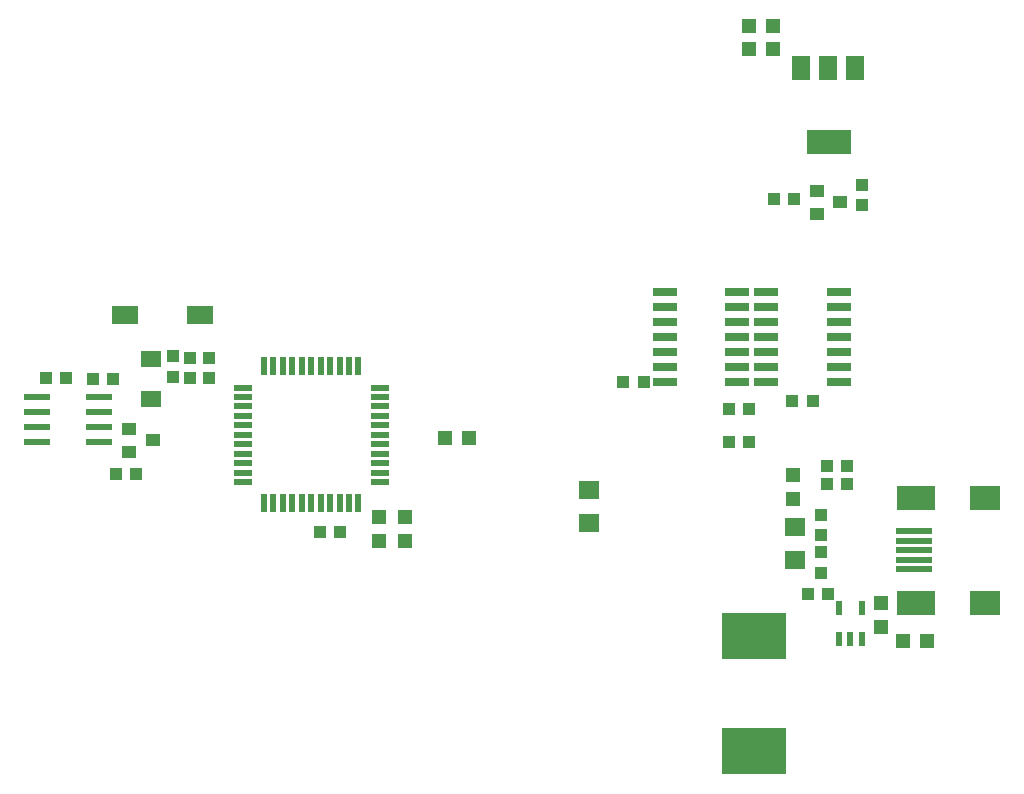
<source format=gtp>
G75*
G70*
%OFA0B0*%
%FSLAX24Y24*%
%IPPOS*%
%LPD*%
%AMOC8*
5,1,8,0,0,1.08239X$1,22.5*
%
%ADD10R,0.0591X0.0197*%
%ADD11R,0.0197X0.0591*%
%ADD12R,0.0984X0.0787*%
%ADD13R,0.1299X0.0787*%
%ADD14R,0.1220X0.0197*%
%ADD15R,0.0394X0.0433*%
%ADD16R,0.0217X0.0472*%
%ADD17R,0.0866X0.0236*%
%ADD18R,0.0413X0.0425*%
%ADD19R,0.0500X0.0394*%
%ADD20R,0.0433X0.0394*%
%ADD21R,0.0425X0.0413*%
%ADD22R,0.0709X0.0551*%
%ADD23R,0.0906X0.0630*%
%ADD24R,0.0512X0.0472*%
%ADD25R,0.0472X0.0512*%
%ADD26R,0.0709X0.0630*%
%ADD27R,0.0590X0.0790*%
%ADD28R,0.1500X0.0790*%
%ADD29R,0.2126X0.1575*%
%ADD30R,0.0800X0.0260*%
D10*
X014468Y014865D03*
X014468Y015180D03*
X014468Y015495D03*
X014468Y015810D03*
X014468Y016125D03*
X014468Y016440D03*
X014468Y016755D03*
X014468Y017070D03*
X014468Y017385D03*
X014468Y017700D03*
X014468Y018015D03*
X019035Y018015D03*
X019035Y017700D03*
X019035Y017385D03*
X019035Y017070D03*
X019035Y016755D03*
X019035Y016440D03*
X019035Y016125D03*
X019035Y015810D03*
X019035Y015495D03*
X019035Y015180D03*
X019035Y014865D03*
D11*
X018327Y014157D03*
X018012Y014157D03*
X017697Y014157D03*
X017382Y014157D03*
X017067Y014157D03*
X016752Y014157D03*
X016437Y014157D03*
X016122Y014157D03*
X015807Y014157D03*
X015492Y014157D03*
X015177Y014157D03*
X015177Y018724D03*
X015492Y018724D03*
X015807Y018724D03*
X016122Y018724D03*
X016437Y018724D03*
X016752Y018724D03*
X017067Y018724D03*
X017382Y018724D03*
X017697Y018724D03*
X018012Y018724D03*
X018327Y018724D03*
D12*
X039220Y014342D03*
X039220Y010838D03*
D13*
X036898Y010838D03*
X036898Y014342D03*
D14*
X036858Y013220D03*
X036858Y012905D03*
X036858Y012590D03*
X036858Y012275D03*
X036858Y011960D03*
D15*
X033971Y011118D03*
X033302Y011118D03*
X033942Y014790D03*
X033942Y015415D03*
X034611Y015415D03*
X034611Y014790D03*
X032834Y024315D03*
X032164Y024315D03*
X010911Y015128D03*
X010242Y015128D03*
X010146Y018312D03*
X009477Y018312D03*
D16*
X034350Y010674D03*
X035098Y010674D03*
X035098Y009651D03*
X034724Y009651D03*
X034350Y009651D03*
D17*
X009673Y016212D03*
X009673Y016712D03*
X009673Y017212D03*
X009673Y017712D03*
X007625Y017712D03*
X007625Y017212D03*
X007625Y016712D03*
X007625Y016212D03*
D18*
X017030Y013190D03*
X017718Y013190D03*
X008593Y018330D03*
X007905Y018330D03*
X027155Y018190D03*
X027843Y018190D03*
X032780Y017565D03*
X033468Y017565D03*
D19*
X033605Y023816D03*
X034393Y024190D03*
X033605Y024564D03*
X011470Y016253D03*
X010683Y016627D03*
X010683Y015879D03*
D20*
X012149Y018383D03*
X012149Y019053D03*
X030664Y017315D03*
X031334Y017315D03*
X031334Y016190D03*
X030664Y016190D03*
X033749Y013775D03*
X033749Y013106D03*
X035124Y024106D03*
X035124Y024775D03*
D21*
X033749Y012535D03*
X033749Y011846D03*
X013349Y018318D03*
X012724Y018318D03*
X012724Y019007D03*
X013349Y019007D03*
D22*
X011412Y018975D03*
X011412Y017636D03*
D23*
X010553Y020429D03*
X013033Y020429D03*
D24*
X018999Y013715D03*
X019874Y013715D03*
X019874Y012915D03*
X018999Y012915D03*
X032799Y014290D03*
X032799Y015090D03*
X035749Y010840D03*
X035749Y010040D03*
D25*
X036474Y009565D03*
X037274Y009565D03*
X022028Y016346D03*
X021228Y016346D03*
X031349Y029315D03*
X031349Y030065D03*
X032149Y030065D03*
X032149Y029315D03*
D26*
X025999Y014616D03*
X025999Y013514D03*
X032874Y013366D03*
X032874Y012264D03*
D27*
X033089Y028680D03*
X033989Y028680D03*
X034889Y028680D03*
D28*
X033999Y026200D03*
D29*
X031499Y009744D03*
X031499Y005886D03*
D30*
X031914Y018190D03*
X031914Y018690D03*
X031914Y019190D03*
X031914Y019690D03*
X031914Y020190D03*
X031914Y020690D03*
X031914Y021190D03*
X030959Y021190D03*
X030959Y020690D03*
X030959Y020190D03*
X030959Y019690D03*
X030959Y019190D03*
X030959Y018690D03*
X030959Y018190D03*
X028539Y018190D03*
X028539Y018690D03*
X028539Y019190D03*
X028539Y019690D03*
X028539Y020190D03*
X028539Y020690D03*
X028539Y021190D03*
X034334Y021190D03*
X034334Y020690D03*
X034334Y020190D03*
X034334Y019690D03*
X034334Y019190D03*
X034334Y018690D03*
X034334Y018190D03*
M02*

</source>
